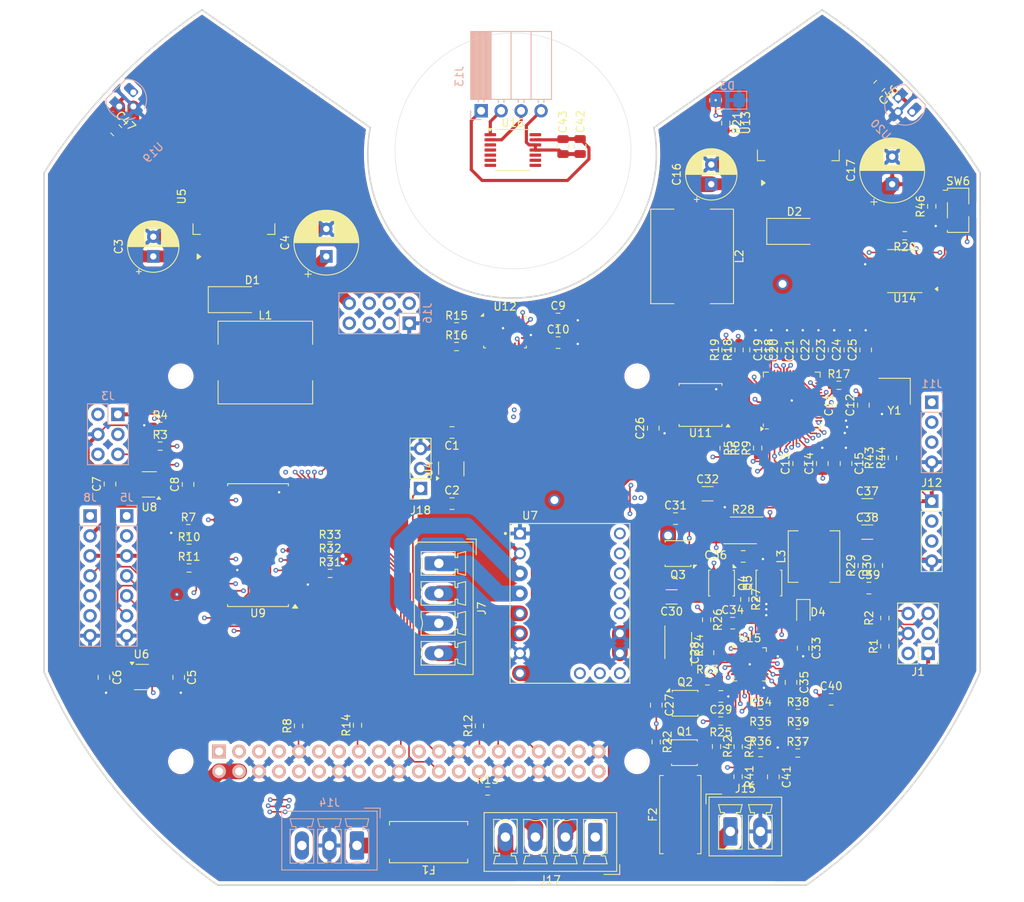
<source format=kicad_pcb>
(kicad_pcb
	(version 20240108)
	(generator "pcbnew")
	(generator_version "8.0")
	(general
		(thickness 1.6)
		(legacy_teardrops no)
	)
	(paper "A4")
	(layers
		(0 "F.Cu" signal)
		(1 "In1.Cu" signal)
		(2 "In2.Cu" signal)
		(31 "B.Cu" signal)
		(32 "B.Adhes" user "B.Adhesive")
		(33 "F.Adhes" user "F.Adhesive")
		(34 "B.Paste" user)
		(35 "F.Paste" user)
		(36 "B.SilkS" user "B.Silkscreen")
		(37 "F.SilkS" user "F.Silkscreen")
		(38 "B.Mask" user)
		(39 "F.Mask" user)
		(40 "Dwgs.User" user "User.Drawings")
		(41 "Cmts.User" user "User.Comments")
		(42 "Eco1.User" user "User.Eco1")
		(43 "Eco2.User" user "User.Eco2")
		(44 "Edge.Cuts" user)
		(45 "Margin" user)
		(46 "B.CrtYd" user "B.Courtyard")
		(47 "F.CrtYd" user "F.Courtyard")
		(48 "B.Fab" user)
		(49 "F.Fab" user)
		(50 "User.1" user)
		(51 "User.2" user)
		(52 "User.3" user)
		(53 "User.4" user)
		(54 "User.5" user)
		(55 "User.6" user)
		(56 "User.7" user)
		(57 "User.8" user)
		(58 "User.9" user)
	)
	(setup
		(stackup
			(layer "F.SilkS"
				(type "Top Silk Screen")
			)
			(layer "F.Paste"
				(type "Top Solder Paste")
			)
			(layer "F.Mask"
				(type "Top Solder Mask")
				(thickness 0.01)
			)
			(layer "F.Cu"
				(type "copper")
				(thickness 0.035)
			)
			(layer "dielectric 1"
				(type "prepreg")
				(thickness 0.1)
				(material "FR4")
				(epsilon_r 4.5)
				(loss_tangent 0.02)
			)
			(layer "In1.Cu"
				(type "copper")
				(thickness 0.035)
			)
			(layer "dielectric 2"
				(type "core")
				(thickness 1.24)
				(material "FR4")
				(epsilon_r 4.5)
				(loss_tangent 0.02)
			)
			(layer "In2.Cu"
				(type "copper")
				(thickness 0.035)
			)
			(layer "dielectric 3"
				(type "prepreg")
				(thickness 0.1)
				(material "FR4")
				(epsilon_r 4.5)
				(loss_tangent 0.02)
			)
			(layer "B.Cu"
				(type "copper")
				(thickness 0.035)
			)
			(layer "B.Mask"
				(type "Bottom Solder Mask")
				(thickness 0.01)
			)
			(layer "B.Paste"
				(type "Bottom Solder Paste")
			)
			(layer "B.SilkS"
				(type "Bottom Silk Screen")
			)
			(copper_finish "None")
			(dielectric_constraints no)
		)
		(pad_to_mask_clearance 0)
		(allow_soldermask_bridges_in_footprints no)
		(pcbplotparams
			(layerselection 0x00010fc_ffffffff)
			(plot_on_all_layers_selection 0x0000000_00000000)
			(disableapertmacros no)
			(usegerberextensions no)
			(usegerberattributes yes)
			(usegerberadvancedattributes yes)
			(creategerberjobfile yes)
			(dashed_line_dash_ratio 12.000000)
			(dashed_line_gap_ratio 3.000000)
			(svgprecision 4)
			(plotframeref no)
			(viasonmask no)
			(mode 1)
			(useauxorigin no)
			(hpglpennumber 1)
			(hpglpenspeed 20)
			(hpglpendiameter 15.000000)
			(pdf_front_fp_property_popups yes)
			(pdf_back_fp_property_popups yes)
			(dxfpolygonmode yes)
			(dxfimperialunits yes)
			(dxfusepcbnewfont yes)
			(psnegative no)
			(psa4output no)
			(plotreference yes)
			(plotvalue yes)
			(plotfptext yes)
			(plotinvisibletext no)
			(sketchpadsonfab no)
			(subtractmaskfromsilk no)
			(outputformat 1)
			(mirror no)
			(drillshape 1)
			(scaleselection 1)
			(outputdirectory "")
		)
	)
	(net 0 "")
	(net 1 "+5V")
	(net 2 "-BATT")
	(net 3 "VBUS")
	(net 4 "Net-(J5-Pin_2)")
	(net 5 "Net-(J8-Pin_2)")
	(net 6 "Net-(U12-CAP)")
	(net 7 "+3.3V")
	(net 8 "Net-(C11-Pad2)")
	(net 9 "Net-(U10-XIN)")
	(net 10 "Net-(U10-VREG_VOUT)")
	(net 11 "Net-(D1-K)")
	(net 12 "Net-(D2-K)")
	(net 13 "Bumper-F-R")
	(net 14 "US-Dist-Echo-Front")
	(net 15 "US-Dist-Trig-Front")
	(net 16 "Bumper-F-L")
	(net 17 "Bumper-B-R")
	(net 18 "US-Dist-Echo-Back")
	(net 19 "US-Dist-Trig-Back")
	(net 20 "Bumper-B-L")
	(net 21 "BottleDoor-UserButton-1")
	(net 22 "BottleDoor-Contact-1")
	(net 23 "BottleDoor-User-LED-1")
	(net 24 "BottleDoor-ServoPWM-1")
	(net 25 "Net-(J7-Pin_3)")
	(net 26 "Net-(J7-Pin_4)")
	(net 27 "Net-(J7-Pin_2)")
	(net 28 "Net-(J7-Pin_1)")
	(net 29 "BottleDoor-UserButton-2")
	(net 30 "BottleDoor-Contact-2")
	(net 31 "BottleDoor-User-LED-2")
	(net 32 "BottleDoor-ServoPWM-2")
	(net 33 "Net-(Q1-G)")
	(net 34 "Net-(Q2-D)")
	(net 35 "Net-(U15-ACN)")
	(net 36 "ChargeArm-PowerSwitch")
	(net 37 "unconnected-(U4-~{FLG}-Pad3)")
	(net 38 "BottleDoor-PowerSwitch-1")
	(net 39 "unconnected-(U6-~{FLG}-Pad3)")
	(net 40 "BottleDoor-PowerSwitch-2")
	(net 41 "unconnected-(U8-~{FLG}-Pad3)")
	(net 42 "unconnected-(U9-IO0_3-Pad7)")
	(net 43 "I2C-SCL")
	(net 44 "unconnected-(U9-IO1_0-Pad13)")
	(net 45 "Net-(U15-ACP)")
	(net 46 "unconnected-(U9-IO0_6-Pad10)")
	(net 47 "Net-(U1-GPIO22{slash}SDIO_CLK)")
	(net 48 "unconnected-(U9-IO0_7-Pad11)")
	(net 49 "Net-(U15-VCC)")
	(net 50 "I2C-SDA")
	(net 51 "unconnected-(U10-GPIO22-Pad34)")
	(net 52 "Net-(U10-XOUT)")
	(net 53 "unconnected-(U10-GPIO18-Pad29)")
	(net 54 "unconnected-(U10-GPIO28_ADC2-Pad40)")
	(net 55 "Motor-SpreadChop")
	(net 56 "Net-(Q3-G)")
	(net 57 "TrackMagnetDetect1")
	(net 58 "Net-(U10-QSPI_SS)")
	(net 59 "TrackMagnetDetect2")
	(net 60 "Motor-EN")
	(net 61 "Net-(U10-USB_DM)")
	(net 62 "Net-(D4-A)")
	(net 63 "Motor-DIAG")
	(net 64 "unconnected-(U10-GPIO13-Pad16)")
	(net 65 "unconnected-(U10-GPIO17-Pad28)")
	(net 66 "unconnected-(U10-GPIO20-Pad31)")
	(net 67 "Net-(U10-QSPI_SD0)")
	(net 68 "unconnected-(U10-GPIO23-Pad35)")
	(net 69 "MotionC-RST")
	(net 70 "Net-(U10-QSPI_SD2)")
	(net 71 "Motor-1Wire-UART")
	(net 72 "unconnected-(U10-GPIO24-Pad36)")
	(net 73 "Net-(U10-QSPI_SD3)")
	(net 74 "Net-(U10-GPIO0)")
	(net 75 "Net-(U10-QSPI_SD1)")
	(net 76 "unconnected-(U10-GPIO19-Pad30)")
	(net 77 "Net-(U10-QSPI_SCLK)")
	(net 78 "Motor-Dir")
	(net 79 "Motor-IDX")
	(net 80 "Net-(U10-USB_DP)")
	(net 81 "unconnected-(U10-GPIO21-Pad32)")
	(net 82 "unconnected-(U10-SWCLK-Pad24)")
	(net 83 "Net-(D4-K)")
	(net 84 "unconnected-(U10-GPIO16-Pad27)")
	(net 85 "unconnected-(U10-SWD-Pad25)")
	(net 86 "Motor-Step")
	(net 87 "unconnected-(U10-GPIO29_ADC3-Pad41)")
	(net 88 "DrivePermission")
	(net 89 "Net-(Q5-D)")
	(net 90 "unconnected-(U12-PIN15-Pad15)")
	(net 91 "unconnected-(U12-PIN22-Pad22)")
	(net 92 "unconnected-(U12-PIN24-Pad24)")
	(net 93 "unconnected-(U12-BL_IND-Pad10)")
	(net 94 "unconnected-(U12-XIN32-Pad27)")
	(net 95 "Net-(U12-~{BOOT_LOAD_PIN})")
	(net 96 "unconnected-(U12-PIN23-Pad23)")
	(net 97 "Net-(U12-~{RESET})")
	(net 98 "unconnected-(U12-PIN12-Pad12)")
	(net 99 "unconnected-(U12-PIN7-Pad7)")
	(net 100 "unconnected-(U12-PIN1-Pad1)")
	(net 101 "unconnected-(U12-PIN13-Pad13)")
	(net 102 "IMU-INT")
	(net 103 "unconnected-(U12-PIN21-Pad21)")
	(net 104 "unconnected-(U12-PIN8-Pad8)")
	(net 105 "unconnected-(U12-XOUT32-Pad26)")
	(net 106 "unconnected-(U12-PIN16-Pad16)")
	(net 107 "Net-(U15-SRN)")
	(net 108 "PowerMonAlert")
	(net 109 "Net-(U15-SRP)")
	(net 110 "unconnected-(U14-NC-Pad13)")
	(net 111 "Net-(C39-Pad2)")
	(net 112 "Net-(U15-TTC)")
	(net 113 "VCC")
	(net 114 "Net-(D3-A)")
	(net 115 "/DATA")
	(net 116 "/DC")
	(net 117 "/CLK")
	(net 118 "/CS")
	(net 119 "USB_D-")
	(net 120 "USB_D+")
	(net 121 "unconnected-(J11-Pin_1-Pad1)")
	(net 122 "Net-(L3-Pad2)")
	(net 123 "+VDC")
	(net 124 "Net-(Q2-S-Pad1)")
	(net 125 "Net-(Q4-G)")
	(net 126 "Net-(Q5-G)")
	(net 127 "MotionC-BootOpt")
	(net 128 "Net-(U10-GPIO25)")
	(net 129 "Net-(U15-~{ACDRV})")
	(net 130 "Net-(U15-~{BATDRV})")
	(net 131 "ChargerStat1")
	(net 132 "ChargerStat2")
	(net 133 "ChargerStatPG")
	(net 134 "Net-(U15-ISET2)")
	(net 135 "Net-(U15-ISET1)")
	(net 136 "Net-(U15-ACSET)")
	(net 137 "+BATT")
	(net 138 "Net-(U15-TS)")
	(net 139 "I2C-SDA-MC")
	(net 140 "I2C-SCL-MC")
	(net 141 "Net-(SW6-A)")
	(net 142 "Net-(J17-Pin_1)")
	(net 143 "unconnected-(U1-SDA_I2C1{slash}GPIO02-Pad3)")
	(net 144 "unconnected-(U1-3V3-Pad1)")
	(net 145 "unconnected-(U1-~{CE1}_SPI0{slash}GPIO07-Pad26)")
	(net 146 "Net-(SW6-B)")
	(net 147 "unconnected-(U1-SCL_I2C1{slash}GPIO03-Pad5)")
	(net 148 "unconnected-(U1-GPIO15{slash}UART_RXD-Pad10)")
	(net 149 "ChargeArm-ServoPWM")
	(net 150 "unconnected-(U1-GPCLK2{slash}GPIO06-Pad31)")
	(net 151 "unconnected-(U1-MISO_SPI0{slash}GPIO09-Pad21)")
	(net 152 "unconnected-(U1-3V3-Pad1)_1")
	(net 153 "unconnected-(U7-PDN-Pad11)")
	(net 154 "unconnected-(U1-GPIO16{slash}SPI1_~{CE2}-Pad36)")
	(net 155 "Net-(J17-Pin_2)")
	(net 156 "Net-(Q1-D)")
	(net 157 "Net-(J14-Pin_3)")
	(net 158 "Net-(U15-CE)")
	(net 159 "unconnected-(J16-Pin_7-Pad7)")
	(net 160 "Net-(J17-Pin_3)")
	(net 161 "Net-(J17-Pin_4)")
	(net 162 "Net-(J18-Pin_2)")
	(net 163 "/RST")
	(net 164 "Net-(J13-Pin_4)")
	(net 165 "Net-(J13-Pin_3)")
	(net 166 "Net-(J13-Pin_2)")
	(net 167 "unconnected-(U16-TEST-Pad10)")
	(net 168 "unconnected-(U16-PWM-Pad14)")
	(net 169 "unconnected-(U16-A2-Pad3)")
	(net 170 "unconnected-(U16-TEST-Pad7)")
	(net 171 "unconnected-(U16-TEST-Pad8)")
	(net 172 "unconnected-(U16-TEST-Pad5)")
	(net 173 "unconnected-(U16-TEST-Pad6)")
	(net 174 "unconnected-(U16-TEST-Pad9)")
	(net 175 "unconnected-(U16-A1-Pad4)")
	(footprint "Package_TO_SOT_SMD:SOT-23-5_HandSoldering" (layer "F.Cu") (at 111 89 180))
	(footprint "Capacitor_SMD:C_0805_2012Metric" (layer "F.Cu") (at 105.229657 113.544657 -90))
	(footprint "Capacitor_SMD:C_0805_2012Metric" (layer "F.Cu") (at 165.76 46.02 90))
	(footprint "Resistor_SMD:R_0603_1608Metric_Pad0.98x0.95mm_HandSolder" (layer "F.Cu") (at 112.377843 81.619657))
	(footprint "Capacitor_SMD:C_0805_2012Metric" (layer "F.Cu") (at 163.59 46.03 90))
	(footprint "Capacitor_SMD:C_0805_2012Metric" (layer "F.Cu") (at 199.565343 86.342157 -90))
	(footprint "Inductor_SMD:L_Sunlord_MWSA1005S" (layer "F.Cu") (at 180 60 -90))
	(footprint "Diode_SMD:D_SMA" (layer "F.Cu") (at 193 56.815))
	(footprint "Package_SO:SOIC-8_5.23x5.23mm_P1.27mm" (layer "F.Cu") (at 181.065343 78.892157 180))
	(footprint "Capacitor_THT:CP_Radial_D6.3mm_P2.50mm" (layer "F.Cu") (at 111.5 60 90))
	(footprint "Connector_Phoenix_MC:PhoenixContact_MCV_1,5_4-G-3.81_1x04_P3.81mm_Vertical" (layer "F.Cu") (at 147.805343 99.049657 -90))
	(footprint "Resistor_SMD:R_0603_1608Metric_Pad0.98x0.95mm_HandSolder" (layer "F.Cu") (at 116.052843 99.629657))
	(footprint "Capacitor_SMD:C_1206_3216Metric_Pad1.33x1.80mm_HandSolder" (layer "F.Cu") (at 177.395343 103.309657 180))
	(footprint "Package_TO_SOT_SMD:SOT-23-5_HandSoldering" (layer "F.Cu") (at 110 113.5))
	(footprint "Capacitor_SMD:C_0805_2012Metric" (layer "F.Cu") (at 162.965343 67.957157))
	(footprint "Resistor_SMD:R_0603_1608Metric_Pad0.98x0.95mm_HandSolder" (layer "F.Cu") (at 185.855343 122.359657 -90))
	(footprint "Resistor_SMD:R_0603_1608Metric_Pad0.98x0.95mm_HandSolder" (layer "F.Cu") (at 150.052843 68.957157))
	(footprint "Capacitor_SMD:C_0805_2012Metric" (layer "F.Cu") (at 183.655343 115.969657 180))
	(footprint "Package_SO:Vishay_PowerPAK_1212-8_Single" (layer "F.Cu") (at 183.739093 101.554657 -90))
	(footprint "Capacitor_SMD:C_0805_2012Metric" (layer "F.Cu") (at 162.965343 70.967157))
	(footprint "Package_DFN_QFN:VQFN-24-1EP_4x4mm_P0.5mm_EP2.45x2.45mm" (layer "F.Cu") (at 187.325343 111.887157))
	(footprint "Capacitor_SMD:C_0805_2012Metric" (layer "F.Cu") (at 106 88.955343 90))
	(footprint "Inductor_SMD:L_Sunlord_MWSA1005S" (layer "F.Cu") (at 125.75 73.5))
	(footprint "Capacitor_SMD:C_0805_2012Metric" (layer "F.Cu") (at 106.793592 43.957906 -45))
	(footprint "Package_TO_SOT_SMD:TO-263-5_TabPin3" (layer "F.Cu") (at 193.5 43 90))
	(footprint "Capacitor_SMD:C_0805_2012Metric" (layer "F.Cu") (at 192.065343 71.892158 90))
	(footprint "Capacitor_SMD:C_0805_2012Metric" (layer "F.Cu") (at 190.065343 71.892158 90))
	(footprint "Package_TO_SOT_SMD:TO-263-5_TabPin3" (layer "F.Cu") (at 121.755 52.375 90))
	(footprint "Package_SO:TSSOP-14_4.4x5mm_P0.65mm"
		(layer "F.Cu")
		(uuid "36985984-e495-47b4-86db-78e7b69ec84b")
		(at 157.2075 46.47)
		(descr "TSSOP, 14 Pin (JEDEC MO-153 Var AB-1 https://www.jedec.org/document_search?search_api_views_fulltext=MO-153), generated with kicad-footprint-generator ipc_gullwing_generator.py")
		(tags "TSSOP SO")
		(property "Reference" "U16"
			(at 0 -3.45 0)
			(layer "F.SilkS")
			(uuid "27e975c2-0230-49b8-9ab3-360a432fca5b")
			(effects
				(font
					(size 1 1)
					(thickness 0.15)
				)
			)
		)
		(property "Value" "AS5048B"
			(at 0 3.45 0)
			(layer "F.Fab")
			(uuid "d1f09ffa-ea10-4dad-9cb8-1f98fd9cdd7e")
			(effects
				(font
					(size 1 1)
					(thickness 0.15)
				)
			)
		)
		(property "Footprint" "Package_SO:TSSOP-14_4.4x5mm_P0.65mm"
			(at 0 0 0)
			(layer "F.Fab")
			(hide yes)
			(uuid "0765c248-2732-4adf-8975-4dcbeafa56c6")
			(effects
				(font
					(size 1.27 1.27)
					(thickness 0.15)
				)
			)
		)
		(property "Datasheet" "https://ams.com/documents/20143/36005/AS5048_DS000298_4-00.pdf"
			(at 0 0 0)
			(layer "F.Fab")
			(hide yes)
			(uuid "dbf9418b-1867-4471-a7ad-ed40104fe435")
			(effects
				(font
					(size 1.27 1.27)
					(thickness 0.15)
				)
			)
		)
		(property "Description" "Magnetic position sensor, 14-bit, PWM output, I2C Interface, TSSOP-14"
			(at 0 0 0)
			(layer "F.Fab")
			(hide yes)
			(uuid "061cbdc5-99e4-40cc-9f61-a4249f2dd4ad")
			(effects
				(font
					(size 1.27 1.27)
					(thickness 0.15)
				)
			)
		)
		(property ki_fp_filters "TSSOP*4.4x5mm*P0.65mm*")
		(path "/a739e194-07ce-4f1c-85e4-2efb602a9790")
		(sheetname "Stammblatt")
		(sheetfile "monorail.kicad_sch")
		(attr smd)
		(fp_line
			(start 0 -2.61)
			(end -2.2 -2.61)
			(stroke
				(width 0.12)
				(type solid)
			)
			(layer "F.SilkS")
			(uuid "210cdcdb-38d7-4067-844b-1e89e609e14a")
		)
		(fp_line
			(start 0 -2.61)
			(end 2.2 -2.61)
			(stroke
				(width 0.12)
				(type solid)
			)
			(layer "F.SilkS")
			(uuid "00d45285-4741-4f21-9fee-b868a6c35bdd")
		)
		(fp_line
			(start 0 2.61)
			(end -2.2 2.61)
			(stroke
				(width 0.12)
				(type solid)
			)
			(layer "F.SilkS")
			(uuid "2655f11c-7b9f-40b1-90c3-c85d3dbe62e6")
		)
		(fp_line
			(start 0 2.61)
			(end 2.2 2.61)
			(stroke
				(width 0.12)
				(type solid)
			)
			(layer "F.SilkS")
			(uuid "4841b481-f29a-4f86-9173-a38f1cfb635a")
		)
		(fp_poly
			(pts
				(xy -2.9 -2.41) (xy -3.14 -2.74) (xy -2.66 -2.74) (xy -2.9 -2.41)
			)
			(stroke
				(width 0.12)
				(type solid)
			)
			(fill solid)
			(layer "F.SilkS")
			(uuid "e9abd620-3648-43ec-aa01-ef79fc65
... [1760575 chars truncated]
</source>
